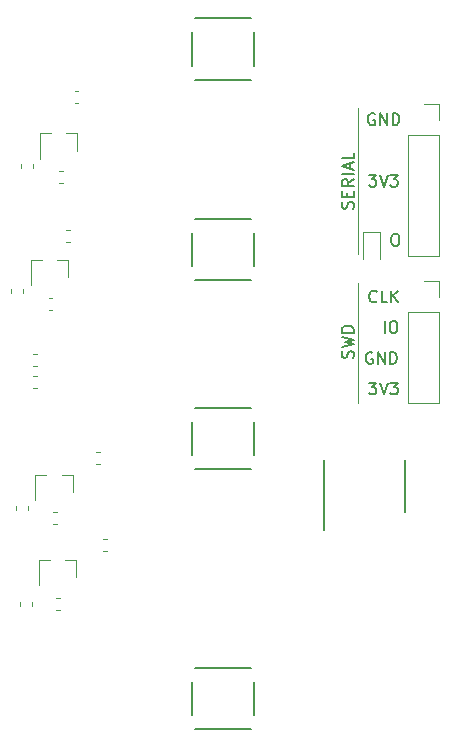
<source format=gbr>
G04 #@! TF.GenerationSoftware,KiCad,Pcbnew,5.1.5+dfsg1-2build2*
G04 #@! TF.CreationDate,2020-10-16T19:58:43-06:00*
G04 #@! TF.ProjectId,remote,72656d6f-7465-42e6-9b69-6361645f7063,rev?*
G04 #@! TF.SameCoordinates,Original*
G04 #@! TF.FileFunction,Legend,Top*
G04 #@! TF.FilePolarity,Positive*
%FSLAX46Y46*%
G04 Gerber Fmt 4.6, Leading zero omitted, Abs format (unit mm)*
G04 Created by KiCad (PCBNEW 5.1.5+dfsg1-2build2) date 2020-10-16 19:58:43*
%MOMM*%
%LPD*%
G04 APERTURE LIST*
%ADD10C,0.150000*%
%ADD11C,0.120000*%
G04 APERTURE END LIST*
D10*
X60004761Y-75157142D02*
X60052380Y-75014285D01*
X60052380Y-74776190D01*
X60004761Y-74680952D01*
X59957142Y-74633333D01*
X59861904Y-74585714D01*
X59766666Y-74585714D01*
X59671428Y-74633333D01*
X59623809Y-74680952D01*
X59576190Y-74776190D01*
X59528571Y-74966666D01*
X59480952Y-75061904D01*
X59433333Y-75109523D01*
X59338095Y-75157142D01*
X59242857Y-75157142D01*
X59147619Y-75109523D01*
X59100000Y-75061904D01*
X59052380Y-74966666D01*
X59052380Y-74728571D01*
X59100000Y-74585714D01*
X59052380Y-74252380D02*
X60052380Y-74014285D01*
X59338095Y-73823809D01*
X60052380Y-73633333D01*
X59052380Y-73395238D01*
X60052380Y-73014285D02*
X59052380Y-73014285D01*
X59052380Y-72776190D01*
X59100000Y-72633333D01*
X59195238Y-72538095D01*
X59290476Y-72490476D01*
X59480952Y-72442857D01*
X59623809Y-72442857D01*
X59814285Y-72490476D01*
X59909523Y-72538095D01*
X60004761Y-72633333D01*
X60052380Y-72776190D01*
X60052380Y-73014285D01*
D11*
X60400000Y-68800000D02*
X60400000Y-79000000D01*
X60400000Y-66400000D02*
X60400000Y-54000000D01*
D10*
X60004761Y-62509523D02*
X60052380Y-62366666D01*
X60052380Y-62128571D01*
X60004761Y-62033333D01*
X59957142Y-61985714D01*
X59861904Y-61938095D01*
X59766666Y-61938095D01*
X59671428Y-61985714D01*
X59623809Y-62033333D01*
X59576190Y-62128571D01*
X59528571Y-62319047D01*
X59480952Y-62414285D01*
X59433333Y-62461904D01*
X59338095Y-62509523D01*
X59242857Y-62509523D01*
X59147619Y-62461904D01*
X59100000Y-62414285D01*
X59052380Y-62319047D01*
X59052380Y-62080952D01*
X59100000Y-61938095D01*
X59528571Y-61509523D02*
X59528571Y-61176190D01*
X60052380Y-61033333D02*
X60052380Y-61509523D01*
X59052380Y-61509523D01*
X59052380Y-61033333D01*
X60052380Y-60033333D02*
X59576190Y-60366666D01*
X60052380Y-60604761D02*
X59052380Y-60604761D01*
X59052380Y-60223809D01*
X59100000Y-60128571D01*
X59147619Y-60080952D01*
X59242857Y-60033333D01*
X59385714Y-60033333D01*
X59480952Y-60080952D01*
X59528571Y-60128571D01*
X59576190Y-60223809D01*
X59576190Y-60604761D01*
X60052380Y-59604761D02*
X59052380Y-59604761D01*
X59766666Y-59176190D02*
X59766666Y-58700000D01*
X60052380Y-59271428D02*
X59052380Y-58938095D01*
X60052380Y-58604761D01*
X60052380Y-57795238D02*
X60052380Y-58271428D01*
X59052380Y-58271428D01*
X63504761Y-64652380D02*
X63695238Y-64652380D01*
X63790476Y-64700000D01*
X63885714Y-64795238D01*
X63933333Y-64985714D01*
X63933333Y-65319047D01*
X63885714Y-65509523D01*
X63790476Y-65604761D01*
X63695238Y-65652380D01*
X63504761Y-65652380D01*
X63409523Y-65604761D01*
X63314285Y-65509523D01*
X63266666Y-65319047D01*
X63266666Y-64985714D01*
X63314285Y-64795238D01*
X63409523Y-64700000D01*
X63504761Y-64652380D01*
X61361904Y-59652380D02*
X61980952Y-59652380D01*
X61647619Y-60033333D01*
X61790476Y-60033333D01*
X61885714Y-60080952D01*
X61933333Y-60128571D01*
X61980952Y-60223809D01*
X61980952Y-60461904D01*
X61933333Y-60557142D01*
X61885714Y-60604761D01*
X61790476Y-60652380D01*
X61504761Y-60652380D01*
X61409523Y-60604761D01*
X61361904Y-60557142D01*
X62266666Y-59652380D02*
X62600000Y-60652380D01*
X62933333Y-59652380D01*
X63171428Y-59652380D02*
X63790476Y-59652380D01*
X63457142Y-60033333D01*
X63600000Y-60033333D01*
X63695238Y-60080952D01*
X63742857Y-60128571D01*
X63790476Y-60223809D01*
X63790476Y-60461904D01*
X63742857Y-60557142D01*
X63695238Y-60604761D01*
X63600000Y-60652380D01*
X63314285Y-60652380D01*
X63219047Y-60604761D01*
X63171428Y-60557142D01*
X61838095Y-54500000D02*
X61742857Y-54452380D01*
X61600000Y-54452380D01*
X61457142Y-54500000D01*
X61361904Y-54595238D01*
X61314285Y-54690476D01*
X61266666Y-54880952D01*
X61266666Y-55023809D01*
X61314285Y-55214285D01*
X61361904Y-55309523D01*
X61457142Y-55404761D01*
X61600000Y-55452380D01*
X61695238Y-55452380D01*
X61838095Y-55404761D01*
X61885714Y-55357142D01*
X61885714Y-55023809D01*
X61695238Y-55023809D01*
X62314285Y-55452380D02*
X62314285Y-54452380D01*
X62885714Y-55452380D01*
X62885714Y-54452380D01*
X63361904Y-55452380D02*
X63361904Y-54452380D01*
X63600000Y-54452380D01*
X63742857Y-54500000D01*
X63838095Y-54595238D01*
X63885714Y-54690476D01*
X63933333Y-54880952D01*
X63933333Y-55023809D01*
X63885714Y-55214285D01*
X63838095Y-55309523D01*
X63742857Y-55404761D01*
X63600000Y-55452380D01*
X63361904Y-55452380D01*
X61361904Y-77252380D02*
X61980952Y-77252380D01*
X61647619Y-77633333D01*
X61790476Y-77633333D01*
X61885714Y-77680952D01*
X61933333Y-77728571D01*
X61980952Y-77823809D01*
X61980952Y-78061904D01*
X61933333Y-78157142D01*
X61885714Y-78204761D01*
X61790476Y-78252380D01*
X61504761Y-78252380D01*
X61409523Y-78204761D01*
X61361904Y-78157142D01*
X62266666Y-77252380D02*
X62600000Y-78252380D01*
X62933333Y-77252380D01*
X63171428Y-77252380D02*
X63790476Y-77252380D01*
X63457142Y-77633333D01*
X63600000Y-77633333D01*
X63695238Y-77680952D01*
X63742857Y-77728571D01*
X63790476Y-77823809D01*
X63790476Y-78061904D01*
X63742857Y-78157142D01*
X63695238Y-78204761D01*
X63600000Y-78252380D01*
X63314285Y-78252380D01*
X63219047Y-78204761D01*
X63171428Y-78157142D01*
X61638095Y-74700000D02*
X61542857Y-74652380D01*
X61400000Y-74652380D01*
X61257142Y-74700000D01*
X61161904Y-74795238D01*
X61114285Y-74890476D01*
X61066666Y-75080952D01*
X61066666Y-75223809D01*
X61114285Y-75414285D01*
X61161904Y-75509523D01*
X61257142Y-75604761D01*
X61400000Y-75652380D01*
X61495238Y-75652380D01*
X61638095Y-75604761D01*
X61685714Y-75557142D01*
X61685714Y-75223809D01*
X61495238Y-75223809D01*
X62114285Y-75652380D02*
X62114285Y-74652380D01*
X62685714Y-75652380D01*
X62685714Y-74652380D01*
X63161904Y-75652380D02*
X63161904Y-74652380D01*
X63400000Y-74652380D01*
X63542857Y-74700000D01*
X63638095Y-74795238D01*
X63685714Y-74890476D01*
X63733333Y-75080952D01*
X63733333Y-75223809D01*
X63685714Y-75414285D01*
X63638095Y-75509523D01*
X63542857Y-75604761D01*
X63400000Y-75652380D01*
X63161904Y-75652380D01*
X62676190Y-73052380D02*
X62676190Y-72052380D01*
X63342857Y-72052380D02*
X63533333Y-72052380D01*
X63628571Y-72100000D01*
X63723809Y-72195238D01*
X63771428Y-72385714D01*
X63771428Y-72719047D01*
X63723809Y-72909523D01*
X63628571Y-73004761D01*
X63533333Y-73052380D01*
X63342857Y-73052380D01*
X63247619Y-73004761D01*
X63152380Y-72909523D01*
X63104761Y-72719047D01*
X63104761Y-72385714D01*
X63152380Y-72195238D01*
X63247619Y-72100000D01*
X63342857Y-72052380D01*
X62004761Y-70357142D02*
X61957142Y-70404761D01*
X61814285Y-70452380D01*
X61719047Y-70452380D01*
X61576190Y-70404761D01*
X61480952Y-70309523D01*
X61433333Y-70214285D01*
X61385714Y-70023809D01*
X61385714Y-69880952D01*
X61433333Y-69690476D01*
X61480952Y-69595238D01*
X61576190Y-69500000D01*
X61719047Y-69452380D01*
X61814285Y-69452380D01*
X61957142Y-69500000D01*
X62004761Y-69547619D01*
X62909523Y-70452380D02*
X62433333Y-70452380D01*
X62433333Y-69452380D01*
X63242857Y-70452380D02*
X63242857Y-69452380D01*
X63814285Y-70452380D02*
X63385714Y-69880952D01*
X63814285Y-69452380D02*
X63242857Y-70023809D01*
D11*
X32810000Y-95828733D02*
X32810000Y-96171267D01*
X31790000Y-95828733D02*
X31790000Y-96171267D01*
X31890000Y-59071267D02*
X31890000Y-58728733D01*
X32910000Y-59071267D02*
X32910000Y-58728733D01*
X31090000Y-69671267D02*
X31090000Y-69328733D01*
X32110000Y-69671267D02*
X32110000Y-69328733D01*
X32510000Y-87728733D02*
X32510000Y-88071267D01*
X31490000Y-87728733D02*
X31490000Y-88071267D01*
D10*
X64450000Y-88225000D02*
X64450000Y-83775000D01*
X57550000Y-89750000D02*
X57550000Y-83775000D01*
X46400000Y-50400000D02*
X46400000Y-47600000D01*
X51400000Y-51600000D02*
X46600000Y-51600000D01*
X51600000Y-47600000D02*
X51600000Y-50400000D01*
X46600000Y-46400000D02*
X51400000Y-46400000D01*
X46400000Y-67400000D02*
X46400000Y-64600000D01*
X51400000Y-68600000D02*
X46600000Y-68600000D01*
X51600000Y-64600000D02*
X51600000Y-67400000D01*
X46600000Y-63400000D02*
X51400000Y-63400000D01*
X46400000Y-83400000D02*
X46400000Y-80600000D01*
X51400000Y-84600000D02*
X46600000Y-84600000D01*
X51600000Y-80600000D02*
X51600000Y-83400000D01*
X46600000Y-79400000D02*
X51400000Y-79400000D01*
X51600000Y-102600000D02*
X51600000Y-105400000D01*
X46600000Y-101400000D02*
X51400000Y-101400000D01*
X46400000Y-105400000D02*
X46400000Y-102600000D01*
X51400000Y-106600000D02*
X46600000Y-106600000D01*
D11*
X36762779Y-53610000D02*
X36437221Y-53610000D01*
X36762779Y-52590000D02*
X36437221Y-52590000D01*
X35137221Y-59290000D02*
X35462779Y-59290000D01*
X35137221Y-60310000D02*
X35462779Y-60310000D01*
X34237221Y-70090000D02*
X34562779Y-70090000D01*
X34237221Y-71110000D02*
X34562779Y-71110000D01*
X34637221Y-88190000D02*
X34962779Y-88190000D01*
X34637221Y-89210000D02*
X34962779Y-89210000D01*
X34837221Y-95490000D02*
X35162779Y-95490000D01*
X34837221Y-96510000D02*
X35162779Y-96510000D01*
X36062779Y-65310000D02*
X35737221Y-65310000D01*
X36062779Y-64290000D02*
X35737221Y-64290000D01*
X38249721Y-83090000D02*
X38575279Y-83090000D01*
X38249721Y-84110000D02*
X38575279Y-84110000D01*
X39162779Y-91510000D02*
X38837221Y-91510000D01*
X39162779Y-90490000D02*
X38837221Y-90490000D01*
X36680000Y-56140000D02*
X35750000Y-56140000D01*
X33520000Y-56140000D02*
X34450000Y-56140000D01*
X33520000Y-56140000D02*
X33520000Y-58300000D01*
X36680000Y-56140000D02*
X36680000Y-57600000D01*
X35880000Y-66840000D02*
X34950000Y-66840000D01*
X32720000Y-66840000D02*
X33650000Y-66840000D01*
X32720000Y-66840000D02*
X32720000Y-69000000D01*
X35880000Y-66840000D02*
X35880000Y-68300000D01*
X36280000Y-85040000D02*
X35350000Y-85040000D01*
X33120000Y-85040000D02*
X34050000Y-85040000D01*
X33120000Y-85040000D02*
X33120000Y-87200000D01*
X36280000Y-85040000D02*
X36280000Y-86500000D01*
X36580000Y-92240000D02*
X35650000Y-92240000D01*
X33420000Y-92240000D02*
X34350000Y-92240000D01*
X33420000Y-92240000D02*
X33420000Y-94400000D01*
X36580000Y-92240000D02*
X36580000Y-93700000D01*
X64670000Y-56270000D02*
X67330000Y-56270000D01*
X64670000Y-56270000D02*
X64670000Y-66490000D01*
X64670000Y-66490000D02*
X67330000Y-66490000D01*
X67330000Y-56270000D02*
X67330000Y-66490000D01*
X67330000Y-53670000D02*
X67330000Y-55000000D01*
X66000000Y-53670000D02*
X67330000Y-53670000D01*
X64670000Y-71270000D02*
X67330000Y-71270000D01*
X64670000Y-71270000D02*
X64670000Y-78950000D01*
X64670000Y-78950000D02*
X67330000Y-78950000D01*
X67330000Y-71270000D02*
X67330000Y-78950000D01*
X67330000Y-68670000D02*
X67330000Y-70000000D01*
X66000000Y-68670000D02*
X67330000Y-68670000D01*
X62335000Y-66800000D02*
X62335000Y-64515000D01*
X62335000Y-64515000D02*
X60865000Y-64515000D01*
X60865000Y-64515000D02*
X60865000Y-66800000D01*
X33262779Y-77710000D02*
X32937221Y-77710000D01*
X33262779Y-76690000D02*
X32937221Y-76690000D01*
X33262779Y-75810000D02*
X32937221Y-75810000D01*
X33262779Y-74790000D02*
X32937221Y-74790000D01*
M02*

</source>
